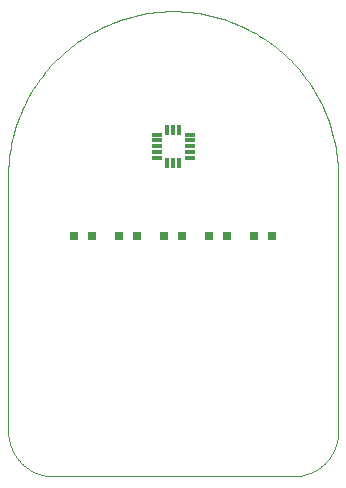
<source format=gtp>
G75*
%MOIN*%
%OFA0B0*%
%FSLAX25Y25*%
%IPPOS*%
%LPD*%
%AMOC8*
5,1,8,0,0,1.08239X$1,22.5*
%
%ADD10C,0.00000*%
%ADD11R,0.03740X0.01201*%
%ADD12R,0.01201X0.03740*%
%ADD13R,0.03150X0.03150*%
D10*
X0021800Y0019006D02*
X0101800Y0019006D01*
X0102162Y0019010D01*
X0102525Y0019024D01*
X0102887Y0019045D01*
X0103248Y0019076D01*
X0103608Y0019115D01*
X0103967Y0019163D01*
X0104325Y0019220D01*
X0104682Y0019285D01*
X0105037Y0019359D01*
X0105390Y0019442D01*
X0105741Y0019533D01*
X0106089Y0019632D01*
X0106435Y0019740D01*
X0106779Y0019856D01*
X0107119Y0019981D01*
X0107456Y0020113D01*
X0107790Y0020254D01*
X0108121Y0020403D01*
X0108448Y0020560D01*
X0108771Y0020724D01*
X0109090Y0020896D01*
X0109404Y0021076D01*
X0109715Y0021264D01*
X0110020Y0021459D01*
X0110321Y0021661D01*
X0110617Y0021871D01*
X0110907Y0022087D01*
X0111193Y0022311D01*
X0111473Y0022541D01*
X0111747Y0022778D01*
X0112015Y0023022D01*
X0112278Y0023272D01*
X0112534Y0023528D01*
X0112784Y0023791D01*
X0113028Y0024059D01*
X0113265Y0024333D01*
X0113495Y0024613D01*
X0113719Y0024899D01*
X0113935Y0025189D01*
X0114145Y0025485D01*
X0114347Y0025786D01*
X0114542Y0026091D01*
X0114730Y0026402D01*
X0114910Y0026716D01*
X0115082Y0027035D01*
X0115246Y0027358D01*
X0115403Y0027685D01*
X0115552Y0028016D01*
X0115693Y0028350D01*
X0115825Y0028687D01*
X0115950Y0029027D01*
X0116066Y0029371D01*
X0116174Y0029717D01*
X0116273Y0030065D01*
X0116364Y0030416D01*
X0116447Y0030769D01*
X0116521Y0031124D01*
X0116586Y0031481D01*
X0116643Y0031839D01*
X0116691Y0032198D01*
X0116730Y0032558D01*
X0116761Y0032919D01*
X0116782Y0033281D01*
X0116796Y0033644D01*
X0116800Y0034006D01*
X0116800Y0119006D01*
X0116784Y0120345D01*
X0116735Y0121684D01*
X0116653Y0123021D01*
X0116539Y0124355D01*
X0116393Y0125687D01*
X0116214Y0127014D01*
X0116003Y0128337D01*
X0115759Y0129654D01*
X0115484Y0130965D01*
X0115177Y0132268D01*
X0114838Y0133564D01*
X0114468Y0134851D01*
X0114067Y0136129D01*
X0113634Y0137397D01*
X0113171Y0138654D01*
X0112677Y0139899D01*
X0112153Y0141132D01*
X0111600Y0142351D01*
X0111016Y0143557D01*
X0110404Y0144748D01*
X0109763Y0145924D01*
X0109093Y0147084D01*
X0108395Y0148227D01*
X0107670Y0149353D01*
X0106917Y0150461D01*
X0106138Y0151551D01*
X0105332Y0152621D01*
X0104501Y0153671D01*
X0103644Y0154700D01*
X0102762Y0155709D01*
X0101857Y0156695D01*
X0100927Y0157659D01*
X0099974Y0158601D01*
X0098999Y0159519D01*
X0098001Y0160412D01*
X0096982Y0161282D01*
X0095942Y0162126D01*
X0094882Y0162944D01*
X0093802Y0163737D01*
X0092704Y0164503D01*
X0091586Y0165242D01*
X0090452Y0165954D01*
X0089300Y0166637D01*
X0088132Y0167293D01*
X0086948Y0167920D01*
X0085750Y0168518D01*
X0084537Y0169086D01*
X0083311Y0169625D01*
X0082072Y0170134D01*
X0080821Y0170612D01*
X0079558Y0171060D01*
X0078286Y0171477D01*
X0077003Y0171863D01*
X0075711Y0172218D01*
X0074411Y0172541D01*
X0073104Y0172832D01*
X0071790Y0173091D01*
X0070470Y0173318D01*
X0069145Y0173513D01*
X0067815Y0173676D01*
X0066482Y0173806D01*
X0065147Y0173904D01*
X0063809Y0173969D01*
X0062470Y0174002D01*
X0061130Y0174002D01*
X0059791Y0173969D01*
X0058453Y0173904D01*
X0057118Y0173806D01*
X0055785Y0173676D01*
X0054455Y0173513D01*
X0053130Y0173318D01*
X0051810Y0173091D01*
X0050496Y0172832D01*
X0049189Y0172541D01*
X0047889Y0172218D01*
X0046597Y0171863D01*
X0045314Y0171477D01*
X0044042Y0171060D01*
X0042779Y0170612D01*
X0041528Y0170134D01*
X0040289Y0169625D01*
X0039063Y0169086D01*
X0037850Y0168518D01*
X0036652Y0167920D01*
X0035468Y0167293D01*
X0034300Y0166637D01*
X0033148Y0165954D01*
X0032014Y0165242D01*
X0030896Y0164503D01*
X0029798Y0163737D01*
X0028718Y0162944D01*
X0027658Y0162126D01*
X0026618Y0161282D01*
X0025599Y0160412D01*
X0024601Y0159519D01*
X0023626Y0158601D01*
X0022673Y0157659D01*
X0021743Y0156695D01*
X0020838Y0155709D01*
X0019956Y0154700D01*
X0019099Y0153671D01*
X0018268Y0152621D01*
X0017462Y0151551D01*
X0016683Y0150461D01*
X0015930Y0149353D01*
X0015205Y0148227D01*
X0014507Y0147084D01*
X0013837Y0145924D01*
X0013196Y0144748D01*
X0012584Y0143557D01*
X0012000Y0142351D01*
X0011447Y0141132D01*
X0010923Y0139899D01*
X0010429Y0138654D01*
X0009966Y0137397D01*
X0009533Y0136129D01*
X0009132Y0134851D01*
X0008762Y0133564D01*
X0008423Y0132268D01*
X0008116Y0130965D01*
X0007841Y0129654D01*
X0007597Y0128337D01*
X0007386Y0127014D01*
X0007207Y0125687D01*
X0007061Y0124355D01*
X0006947Y0123021D01*
X0006865Y0121684D01*
X0006816Y0120345D01*
X0006800Y0119006D01*
X0006800Y0034006D01*
X0006804Y0033644D01*
X0006818Y0033281D01*
X0006839Y0032919D01*
X0006870Y0032558D01*
X0006909Y0032198D01*
X0006957Y0031839D01*
X0007014Y0031481D01*
X0007079Y0031124D01*
X0007153Y0030769D01*
X0007236Y0030416D01*
X0007327Y0030065D01*
X0007426Y0029717D01*
X0007534Y0029371D01*
X0007650Y0029027D01*
X0007775Y0028687D01*
X0007907Y0028350D01*
X0008048Y0028016D01*
X0008197Y0027685D01*
X0008354Y0027358D01*
X0008518Y0027035D01*
X0008690Y0026716D01*
X0008870Y0026402D01*
X0009058Y0026091D01*
X0009253Y0025786D01*
X0009455Y0025485D01*
X0009665Y0025189D01*
X0009881Y0024899D01*
X0010105Y0024613D01*
X0010335Y0024333D01*
X0010572Y0024059D01*
X0010816Y0023791D01*
X0011066Y0023528D01*
X0011322Y0023272D01*
X0011585Y0023022D01*
X0011853Y0022778D01*
X0012127Y0022541D01*
X0012407Y0022311D01*
X0012693Y0022087D01*
X0012983Y0021871D01*
X0013279Y0021661D01*
X0013580Y0021459D01*
X0013885Y0021264D01*
X0014196Y0021076D01*
X0014510Y0020896D01*
X0014829Y0020724D01*
X0015152Y0020560D01*
X0015479Y0020403D01*
X0015810Y0020254D01*
X0016144Y0020113D01*
X0016481Y0019981D01*
X0016821Y0019856D01*
X0017165Y0019740D01*
X0017511Y0019632D01*
X0017859Y0019533D01*
X0018210Y0019442D01*
X0018563Y0019359D01*
X0018918Y0019285D01*
X0019275Y0019220D01*
X0019633Y0019163D01*
X0019992Y0019115D01*
X0020352Y0019076D01*
X0020713Y0019045D01*
X0021075Y0019024D01*
X0021438Y0019010D01*
X0021800Y0019006D01*
D11*
X0056288Y0125069D03*
X0056288Y0127037D03*
X0056288Y0129006D03*
X0056288Y0130974D03*
X0056288Y0132943D03*
X0067312Y0132943D03*
X0067312Y0130974D03*
X0067312Y0129006D03*
X0067312Y0127037D03*
X0067312Y0125069D03*
D12*
X0063769Y0123494D03*
X0061800Y0123494D03*
X0059831Y0123494D03*
X0059871Y0134518D03*
X0061839Y0134518D03*
X0063808Y0134518D03*
D13*
X0064753Y0099006D03*
X0058847Y0099006D03*
X0049753Y0099006D03*
X0043847Y0099006D03*
X0034753Y0099006D03*
X0028847Y0099006D03*
X0073847Y0099006D03*
X0079753Y0099006D03*
X0088847Y0099006D03*
X0094753Y0099006D03*
M02*

</source>
